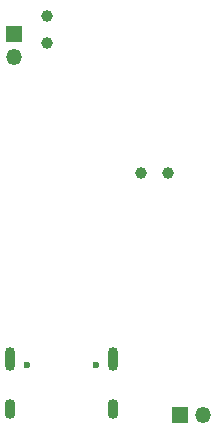
<source format=gbr>
%TF.GenerationSoftware,KiCad,Pcbnew,(5.99.0-2309-gaf729d578)*%
%TF.CreationDate,2020-08-23T01:12:22-04:00*%
%TF.ProjectId,mk2,6d6b322e-6b69-4636-9164-5f7063625858,rev?*%
%TF.SameCoordinates,Original*%
%TF.FileFunction,Soldermask,Bot*%
%TF.FilePolarity,Negative*%
%FSLAX46Y46*%
G04 Gerber Fmt 4.6, Leading zero omitted, Abs format (unit mm)*
G04 Created by KiCad (PCBNEW (5.99.0-2309-gaf729d578)) date 2020-08-23 01:12:22*
%MOMM*%
%LPD*%
G01*
G04 APERTURE LIST*
%ADD10O,1.350000X1.350000*%
%ADD11R,1.350000X1.350000*%
%ADD12C,1.000000*%
%ADD13C,0.600000*%
%ADD14O,0.900000X1.700000*%
%ADD15O,0.900000X2.000000*%
G04 APERTURE END LIST*
D10*
%TO.C,J3*%
X17500000Y-17250000D03*
D11*
X17500000Y-15250000D03*
%TD*%
D10*
%TO.C,BT1*%
X33500000Y-47500000D03*
D11*
X31500000Y-47500000D03*
%TD*%
D12*
%TO.C,TP4*%
X28250000Y-27015000D03*
%TD*%
%TO.C,TP3*%
X20250000Y-16000000D03*
%TD*%
%TO.C,TP1*%
X20250000Y-13750000D03*
%TD*%
%TO.C,TP2*%
X30500000Y-27015000D03*
%TD*%
D13*
%TO.C,J2*%
X18610000Y-43300000D03*
X24390000Y-43300000D03*
D14*
X25820000Y-46990000D03*
X17180000Y-46990000D03*
D15*
X25820000Y-42820000D03*
X17180000Y-42820000D03*
%TD*%
M02*

</source>
